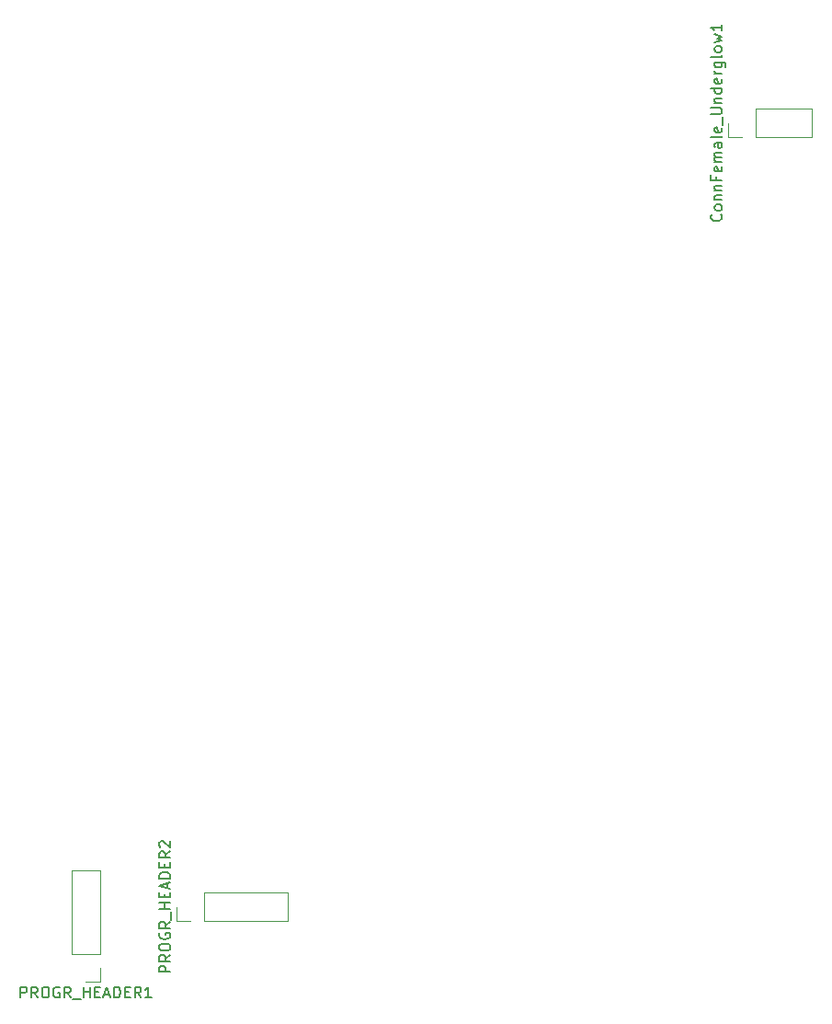
<source format=gbr>
G04 #@! TF.GenerationSoftware,KiCad,Pcbnew,(5.1.2)-2*
G04 #@! TF.CreationDate,2020-01-16T16:08:25+08:00*
G04 #@! TF.ProjectId,wingxx-receiver-v4,77696e67-7878-42d7-9265-636569766572,rev?*
G04 #@! TF.SameCoordinates,Original*
G04 #@! TF.FileFunction,Legend,Top*
G04 #@! TF.FilePolarity,Positive*
%FSLAX46Y46*%
G04 Gerber Fmt 4.6, Leading zero omitted, Abs format (unit mm)*
G04 Created by KiCad (PCBNEW (5.1.2)-2) date 2020-01-16 16:08:25*
%MOMM*%
%LPD*%
G04 APERTURE LIST*
%ADD10C,0.120000*%
%ADD11C,0.150000*%
G04 APERTURE END LIST*
D10*
X88840000Y-136966000D02*
X88840000Y-135636000D01*
X90170000Y-136966000D02*
X88840000Y-136966000D01*
X91440000Y-136966000D02*
X91440000Y-134306000D01*
X91440000Y-134306000D02*
X99120000Y-134306000D01*
X91440000Y-136966000D02*
X99120000Y-136966000D01*
X99120000Y-136966000D02*
X99120000Y-134306000D01*
X139640000Y-64830000D02*
X139640000Y-63500000D01*
X140970000Y-64830000D02*
X139640000Y-64830000D01*
X142240000Y-64830000D02*
X142240000Y-62170000D01*
X142240000Y-62170000D02*
X147380000Y-62170000D01*
X142240000Y-64830000D02*
X147380000Y-64830000D01*
X147380000Y-64830000D02*
X147380000Y-62170000D01*
X81848000Y-142554000D02*
X80518000Y-142554000D01*
X81848000Y-141224000D02*
X81848000Y-142554000D01*
X81848000Y-139954000D02*
X79188000Y-139954000D01*
X79188000Y-139954000D02*
X79188000Y-132274000D01*
X81848000Y-139954000D02*
X81848000Y-132274000D01*
X81848000Y-132274000D02*
X79188000Y-132274000D01*
D11*
X88292380Y-141636000D02*
X87292380Y-141636000D01*
X87292380Y-141255047D01*
X87340000Y-141159809D01*
X87387619Y-141112190D01*
X87482857Y-141064571D01*
X87625714Y-141064571D01*
X87720952Y-141112190D01*
X87768571Y-141159809D01*
X87816190Y-141255047D01*
X87816190Y-141636000D01*
X88292380Y-140064571D02*
X87816190Y-140397904D01*
X88292380Y-140636000D02*
X87292380Y-140636000D01*
X87292380Y-140255047D01*
X87340000Y-140159809D01*
X87387619Y-140112190D01*
X87482857Y-140064571D01*
X87625714Y-140064571D01*
X87720952Y-140112190D01*
X87768571Y-140159809D01*
X87816190Y-140255047D01*
X87816190Y-140636000D01*
X87292380Y-139445523D02*
X87292380Y-139255047D01*
X87340000Y-139159809D01*
X87435238Y-139064571D01*
X87625714Y-139016952D01*
X87959047Y-139016952D01*
X88149523Y-139064571D01*
X88244761Y-139159809D01*
X88292380Y-139255047D01*
X88292380Y-139445523D01*
X88244761Y-139540761D01*
X88149523Y-139636000D01*
X87959047Y-139683619D01*
X87625714Y-139683619D01*
X87435238Y-139636000D01*
X87340000Y-139540761D01*
X87292380Y-139445523D01*
X87340000Y-138064571D02*
X87292380Y-138159809D01*
X87292380Y-138302666D01*
X87340000Y-138445523D01*
X87435238Y-138540761D01*
X87530476Y-138588380D01*
X87720952Y-138636000D01*
X87863809Y-138636000D01*
X88054285Y-138588380D01*
X88149523Y-138540761D01*
X88244761Y-138445523D01*
X88292380Y-138302666D01*
X88292380Y-138207428D01*
X88244761Y-138064571D01*
X88197142Y-138016952D01*
X87863809Y-138016952D01*
X87863809Y-138207428D01*
X88292380Y-137016952D02*
X87816190Y-137350285D01*
X88292380Y-137588380D02*
X87292380Y-137588380D01*
X87292380Y-137207428D01*
X87340000Y-137112190D01*
X87387619Y-137064571D01*
X87482857Y-137016952D01*
X87625714Y-137016952D01*
X87720952Y-137064571D01*
X87768571Y-137112190D01*
X87816190Y-137207428D01*
X87816190Y-137588380D01*
X88387619Y-136826476D02*
X88387619Y-136064571D01*
X88292380Y-135826476D02*
X87292380Y-135826476D01*
X87768571Y-135826476D02*
X87768571Y-135255047D01*
X88292380Y-135255047D02*
X87292380Y-135255047D01*
X87768571Y-134778857D02*
X87768571Y-134445523D01*
X88292380Y-134302666D02*
X88292380Y-134778857D01*
X87292380Y-134778857D01*
X87292380Y-134302666D01*
X88006666Y-133921714D02*
X88006666Y-133445523D01*
X88292380Y-134016952D02*
X87292380Y-133683619D01*
X88292380Y-133350285D01*
X88292380Y-133016952D02*
X87292380Y-133016952D01*
X87292380Y-132778857D01*
X87340000Y-132636000D01*
X87435238Y-132540761D01*
X87530476Y-132493142D01*
X87720952Y-132445523D01*
X87863809Y-132445523D01*
X88054285Y-132493142D01*
X88149523Y-132540761D01*
X88244761Y-132636000D01*
X88292380Y-132778857D01*
X88292380Y-133016952D01*
X87768571Y-132016952D02*
X87768571Y-131683619D01*
X88292380Y-131540761D02*
X88292380Y-132016952D01*
X87292380Y-132016952D01*
X87292380Y-131540761D01*
X88292380Y-130540761D02*
X87816190Y-130874095D01*
X88292380Y-131112190D02*
X87292380Y-131112190D01*
X87292380Y-130731238D01*
X87340000Y-130636000D01*
X87387619Y-130588380D01*
X87482857Y-130540761D01*
X87625714Y-130540761D01*
X87720952Y-130588380D01*
X87768571Y-130636000D01*
X87816190Y-130731238D01*
X87816190Y-131112190D01*
X87387619Y-130159809D02*
X87340000Y-130112190D01*
X87292380Y-130016952D01*
X87292380Y-129778857D01*
X87340000Y-129683619D01*
X87387619Y-129636000D01*
X87482857Y-129588380D01*
X87578095Y-129588380D01*
X87720952Y-129636000D01*
X88292380Y-130207428D01*
X88292380Y-129588380D01*
X138997142Y-71928571D02*
X139044761Y-71976190D01*
X139092380Y-72119047D01*
X139092380Y-72214285D01*
X139044761Y-72357142D01*
X138949523Y-72452380D01*
X138854285Y-72500000D01*
X138663809Y-72547619D01*
X138520952Y-72547619D01*
X138330476Y-72500000D01*
X138235238Y-72452380D01*
X138140000Y-72357142D01*
X138092380Y-72214285D01*
X138092380Y-72119047D01*
X138140000Y-71976190D01*
X138187619Y-71928571D01*
X139092380Y-71357142D02*
X139044761Y-71452380D01*
X138997142Y-71500000D01*
X138901904Y-71547619D01*
X138616190Y-71547619D01*
X138520952Y-71500000D01*
X138473333Y-71452380D01*
X138425714Y-71357142D01*
X138425714Y-71214285D01*
X138473333Y-71119047D01*
X138520952Y-71071428D01*
X138616190Y-71023809D01*
X138901904Y-71023809D01*
X138997142Y-71071428D01*
X139044761Y-71119047D01*
X139092380Y-71214285D01*
X139092380Y-71357142D01*
X138425714Y-70595238D02*
X139092380Y-70595238D01*
X138520952Y-70595238D02*
X138473333Y-70547619D01*
X138425714Y-70452380D01*
X138425714Y-70309523D01*
X138473333Y-70214285D01*
X138568571Y-70166666D01*
X139092380Y-70166666D01*
X138425714Y-69690476D02*
X139092380Y-69690476D01*
X138520952Y-69690476D02*
X138473333Y-69642857D01*
X138425714Y-69547619D01*
X138425714Y-69404761D01*
X138473333Y-69309523D01*
X138568571Y-69261904D01*
X139092380Y-69261904D01*
X138568571Y-68452380D02*
X138568571Y-68785714D01*
X139092380Y-68785714D02*
X138092380Y-68785714D01*
X138092380Y-68309523D01*
X139044761Y-67547619D02*
X139092380Y-67642857D01*
X139092380Y-67833333D01*
X139044761Y-67928571D01*
X138949523Y-67976190D01*
X138568571Y-67976190D01*
X138473333Y-67928571D01*
X138425714Y-67833333D01*
X138425714Y-67642857D01*
X138473333Y-67547619D01*
X138568571Y-67500000D01*
X138663809Y-67500000D01*
X138759047Y-67976190D01*
X139092380Y-67071428D02*
X138425714Y-67071428D01*
X138520952Y-67071428D02*
X138473333Y-67023809D01*
X138425714Y-66928571D01*
X138425714Y-66785714D01*
X138473333Y-66690476D01*
X138568571Y-66642857D01*
X139092380Y-66642857D01*
X138568571Y-66642857D02*
X138473333Y-66595238D01*
X138425714Y-66500000D01*
X138425714Y-66357142D01*
X138473333Y-66261904D01*
X138568571Y-66214285D01*
X139092380Y-66214285D01*
X139092380Y-65309523D02*
X138568571Y-65309523D01*
X138473333Y-65357142D01*
X138425714Y-65452380D01*
X138425714Y-65642857D01*
X138473333Y-65738095D01*
X139044761Y-65309523D02*
X139092380Y-65404761D01*
X139092380Y-65642857D01*
X139044761Y-65738095D01*
X138949523Y-65785714D01*
X138854285Y-65785714D01*
X138759047Y-65738095D01*
X138711428Y-65642857D01*
X138711428Y-65404761D01*
X138663809Y-65309523D01*
X139092380Y-64690476D02*
X139044761Y-64785714D01*
X138949523Y-64833333D01*
X138092380Y-64833333D01*
X139044761Y-63928571D02*
X139092380Y-64023809D01*
X139092380Y-64214285D01*
X139044761Y-64309523D01*
X138949523Y-64357142D01*
X138568571Y-64357142D01*
X138473333Y-64309523D01*
X138425714Y-64214285D01*
X138425714Y-64023809D01*
X138473333Y-63928571D01*
X138568571Y-63880952D01*
X138663809Y-63880952D01*
X138759047Y-64357142D01*
X139187619Y-63690476D02*
X139187619Y-62928571D01*
X138092380Y-62690476D02*
X138901904Y-62690476D01*
X138997142Y-62642857D01*
X139044761Y-62595238D01*
X139092380Y-62500000D01*
X139092380Y-62309523D01*
X139044761Y-62214285D01*
X138997142Y-62166666D01*
X138901904Y-62119047D01*
X138092380Y-62119047D01*
X138425714Y-61642857D02*
X139092380Y-61642857D01*
X138520952Y-61642857D02*
X138473333Y-61595238D01*
X138425714Y-61500000D01*
X138425714Y-61357142D01*
X138473333Y-61261904D01*
X138568571Y-61214285D01*
X139092380Y-61214285D01*
X139092380Y-60309523D02*
X138092380Y-60309523D01*
X139044761Y-60309523D02*
X139092380Y-60404761D01*
X139092380Y-60595238D01*
X139044761Y-60690476D01*
X138997142Y-60738095D01*
X138901904Y-60785714D01*
X138616190Y-60785714D01*
X138520952Y-60738095D01*
X138473333Y-60690476D01*
X138425714Y-60595238D01*
X138425714Y-60404761D01*
X138473333Y-60309523D01*
X139044761Y-59452380D02*
X139092380Y-59547619D01*
X139092380Y-59738095D01*
X139044761Y-59833333D01*
X138949523Y-59880952D01*
X138568571Y-59880952D01*
X138473333Y-59833333D01*
X138425714Y-59738095D01*
X138425714Y-59547619D01*
X138473333Y-59452380D01*
X138568571Y-59404761D01*
X138663809Y-59404761D01*
X138759047Y-59880952D01*
X139092380Y-58976190D02*
X138425714Y-58976190D01*
X138616190Y-58976190D02*
X138520952Y-58928571D01*
X138473333Y-58880952D01*
X138425714Y-58785714D01*
X138425714Y-58690476D01*
X138425714Y-57928571D02*
X139235238Y-57928571D01*
X139330476Y-57976190D01*
X139378095Y-58023809D01*
X139425714Y-58119047D01*
X139425714Y-58261904D01*
X139378095Y-58357142D01*
X139044761Y-57928571D02*
X139092380Y-58023809D01*
X139092380Y-58214285D01*
X139044761Y-58309523D01*
X138997142Y-58357142D01*
X138901904Y-58404761D01*
X138616190Y-58404761D01*
X138520952Y-58357142D01*
X138473333Y-58309523D01*
X138425714Y-58214285D01*
X138425714Y-58023809D01*
X138473333Y-57928571D01*
X139092380Y-57309523D02*
X139044761Y-57404761D01*
X138949523Y-57452380D01*
X138092380Y-57452380D01*
X139092380Y-56785714D02*
X139044761Y-56880952D01*
X138997142Y-56928571D01*
X138901904Y-56976190D01*
X138616190Y-56976190D01*
X138520952Y-56928571D01*
X138473333Y-56880952D01*
X138425714Y-56785714D01*
X138425714Y-56642857D01*
X138473333Y-56547619D01*
X138520952Y-56500000D01*
X138616190Y-56452380D01*
X138901904Y-56452380D01*
X138997142Y-56500000D01*
X139044761Y-56547619D01*
X139092380Y-56642857D01*
X139092380Y-56785714D01*
X138425714Y-56119047D02*
X139092380Y-55928571D01*
X138616190Y-55738095D01*
X139092380Y-55547619D01*
X138425714Y-55357142D01*
X139092380Y-54452380D02*
X139092380Y-55023809D01*
X139092380Y-54738095D02*
X138092380Y-54738095D01*
X138235238Y-54833333D01*
X138330476Y-54928571D01*
X138378095Y-55023809D01*
X74518000Y-144006380D02*
X74518000Y-143006380D01*
X74898952Y-143006380D01*
X74994190Y-143054000D01*
X75041809Y-143101619D01*
X75089428Y-143196857D01*
X75089428Y-143339714D01*
X75041809Y-143434952D01*
X74994190Y-143482571D01*
X74898952Y-143530190D01*
X74518000Y-143530190D01*
X76089428Y-144006380D02*
X75756095Y-143530190D01*
X75518000Y-144006380D02*
X75518000Y-143006380D01*
X75898952Y-143006380D01*
X75994190Y-143054000D01*
X76041809Y-143101619D01*
X76089428Y-143196857D01*
X76089428Y-143339714D01*
X76041809Y-143434952D01*
X75994190Y-143482571D01*
X75898952Y-143530190D01*
X75518000Y-143530190D01*
X76708476Y-143006380D02*
X76898952Y-143006380D01*
X76994190Y-143054000D01*
X77089428Y-143149238D01*
X77137047Y-143339714D01*
X77137047Y-143673047D01*
X77089428Y-143863523D01*
X76994190Y-143958761D01*
X76898952Y-144006380D01*
X76708476Y-144006380D01*
X76613238Y-143958761D01*
X76518000Y-143863523D01*
X76470380Y-143673047D01*
X76470380Y-143339714D01*
X76518000Y-143149238D01*
X76613238Y-143054000D01*
X76708476Y-143006380D01*
X78089428Y-143054000D02*
X77994190Y-143006380D01*
X77851333Y-143006380D01*
X77708476Y-143054000D01*
X77613238Y-143149238D01*
X77565619Y-143244476D01*
X77518000Y-143434952D01*
X77518000Y-143577809D01*
X77565619Y-143768285D01*
X77613238Y-143863523D01*
X77708476Y-143958761D01*
X77851333Y-144006380D01*
X77946571Y-144006380D01*
X78089428Y-143958761D01*
X78137047Y-143911142D01*
X78137047Y-143577809D01*
X77946571Y-143577809D01*
X79137047Y-144006380D02*
X78803714Y-143530190D01*
X78565619Y-144006380D02*
X78565619Y-143006380D01*
X78946571Y-143006380D01*
X79041809Y-143054000D01*
X79089428Y-143101619D01*
X79137047Y-143196857D01*
X79137047Y-143339714D01*
X79089428Y-143434952D01*
X79041809Y-143482571D01*
X78946571Y-143530190D01*
X78565619Y-143530190D01*
X79327523Y-144101619D02*
X80089428Y-144101619D01*
X80327523Y-144006380D02*
X80327523Y-143006380D01*
X80327523Y-143482571D02*
X80898952Y-143482571D01*
X80898952Y-144006380D02*
X80898952Y-143006380D01*
X81375142Y-143482571D02*
X81708476Y-143482571D01*
X81851333Y-144006380D02*
X81375142Y-144006380D01*
X81375142Y-143006380D01*
X81851333Y-143006380D01*
X82232285Y-143720666D02*
X82708476Y-143720666D01*
X82137047Y-144006380D02*
X82470380Y-143006380D01*
X82803714Y-144006380D01*
X83137047Y-144006380D02*
X83137047Y-143006380D01*
X83375142Y-143006380D01*
X83518000Y-143054000D01*
X83613238Y-143149238D01*
X83660857Y-143244476D01*
X83708476Y-143434952D01*
X83708476Y-143577809D01*
X83660857Y-143768285D01*
X83613238Y-143863523D01*
X83518000Y-143958761D01*
X83375142Y-144006380D01*
X83137047Y-144006380D01*
X84137047Y-143482571D02*
X84470380Y-143482571D01*
X84613238Y-144006380D02*
X84137047Y-144006380D01*
X84137047Y-143006380D01*
X84613238Y-143006380D01*
X85613238Y-144006380D02*
X85279904Y-143530190D01*
X85041809Y-144006380D02*
X85041809Y-143006380D01*
X85422761Y-143006380D01*
X85518000Y-143054000D01*
X85565619Y-143101619D01*
X85613238Y-143196857D01*
X85613238Y-143339714D01*
X85565619Y-143434952D01*
X85518000Y-143482571D01*
X85422761Y-143530190D01*
X85041809Y-143530190D01*
X86565619Y-144006380D02*
X85994190Y-144006380D01*
X86279904Y-144006380D02*
X86279904Y-143006380D01*
X86184666Y-143149238D01*
X86089428Y-143244476D01*
X85994190Y-143292095D01*
M02*

</source>
